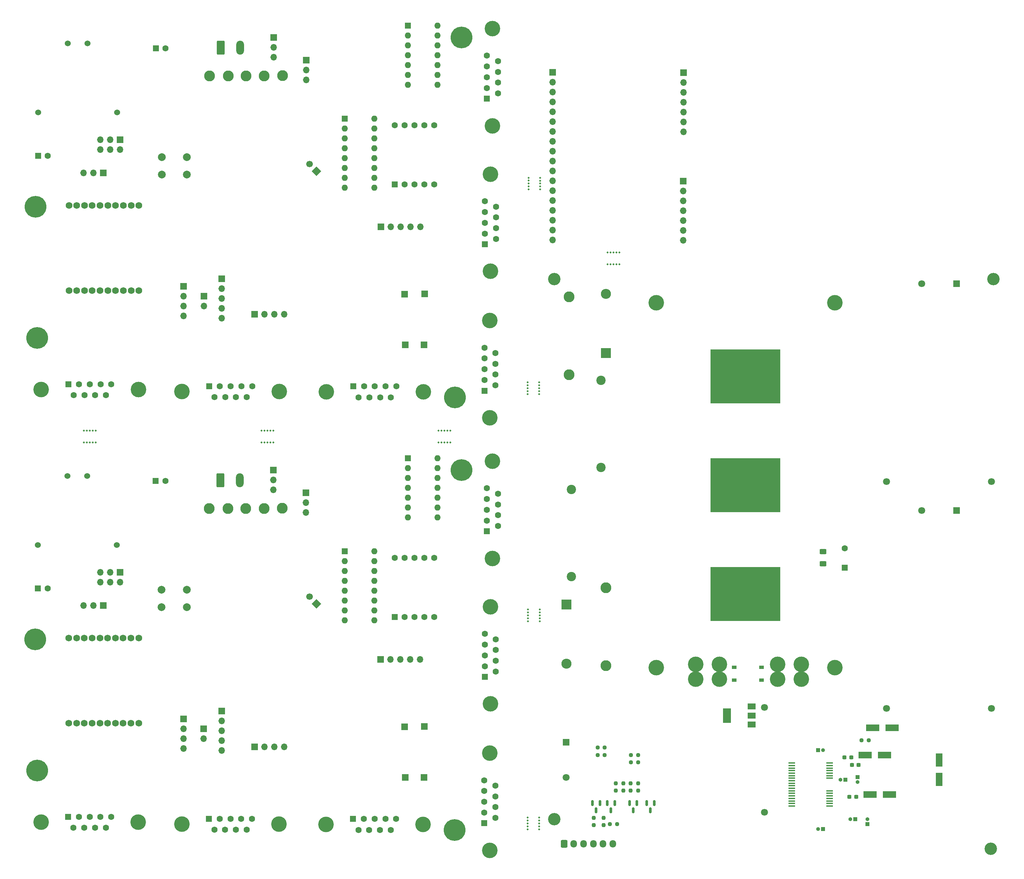
<source format=gbr>
%TF.GenerationSoftware,KiCad,Pcbnew,6.0.11-2627ca5db0~126~ubuntu20.04.1*%
%TF.CreationDate,2023-05-10T15:16:23+05:30*%
%TF.ProjectId,MVCU_COPY,4d564355-5f43-44f5-9059-2e6b69636164,rev?*%
%TF.SameCoordinates,Original*%
%TF.FileFunction,Soldermask,Bot*%
%TF.FilePolarity,Negative*%
%FSLAX46Y46*%
G04 Gerber Fmt 4.6, Leading zero omitted, Abs format (unit mm)*
G04 Created by KiCad (PCBNEW 6.0.11-2627ca5db0~126~ubuntu20.04.1) date 2023-05-10 15:16:23*
%MOMM*%
%LPD*%
G01*
G04 APERTURE LIST*
G04 Aperture macros list*
%AMRoundRect*
0 Rectangle with rounded corners*
0 $1 Rounding radius*
0 $2 $3 $4 $5 $6 $7 $8 $9 X,Y pos of 4 corners*
0 Add a 4 corners polygon primitive as box body*
4,1,4,$2,$3,$4,$5,$6,$7,$8,$9,$2,$3,0*
0 Add four circle primitives for the rounded corners*
1,1,$1+$1,$2,$3*
1,1,$1+$1,$4,$5*
1,1,$1+$1,$6,$7*
1,1,$1+$1,$8,$9*
0 Add four rect primitives between the rounded corners*
20,1,$1+$1,$2,$3,$4,$5,0*
20,1,$1+$1,$4,$5,$6,$7,0*
20,1,$1+$1,$6,$7,$8,$9,0*
20,1,$1+$1,$8,$9,$2,$3,0*%
%AMHorizOval*
0 Thick line with rounded ends*
0 $1 width*
0 $2 $3 position (X,Y) of the first rounded end (center of the circle)*
0 $4 $5 position (X,Y) of the second rounded end (center of the circle)*
0 Add line between two ends*
20,1,$1,$2,$3,$4,$5,0*
0 Add two circle primitives to create the rounded ends*
1,1,$1,$2,$3*
1,1,$1,$4,$5*%
%AMRotRect*
0 Rectangle, with rotation*
0 The origin of the aperture is its center*
0 $1 length*
0 $2 width*
0 $3 Rotation angle, in degrees counterclockwise*
0 Add horizontal line*
21,1,$1,$2,0,0,$3*%
G04 Aperture macros list end*
%ADD10C,0.500000*%
%ADD11O,1.700000X1.700000*%
%ADD12R,1.700000X1.700000*%
%ADD13R,1.200000X0.900000*%
%ADD14RoundRect,0.237500X0.237500X-0.250000X0.237500X0.250000X-0.237500X0.250000X-0.237500X-0.250000X0*%
%ADD15RoundRect,0.237500X0.300000X0.237500X-0.300000X0.237500X-0.300000X-0.237500X0.300000X-0.237500X0*%
%ADD16R,1.800000X3.500000*%
%ADD17R,1.000000X1.000000*%
%ADD18O,1.000000X1.000000*%
%ADD19RoundRect,0.150000X-0.150000X0.587500X-0.150000X-0.587500X0.150000X-0.587500X0.150000X0.587500X0*%
%ADD20R,3.500000X1.800000*%
%ADD21RoundRect,0.237500X-0.300000X-0.237500X0.300000X-0.237500X0.300000X0.237500X-0.300000X0.237500X0*%
%ADD22R,2.000000X1.500000*%
%ADD23R,2.000000X3.800000*%
%ADD24R,1.600000X1.600000*%
%ADD25C,1.600000*%
%ADD26RoundRect,0.237500X0.250000X0.237500X-0.250000X0.237500X-0.250000X-0.237500X0.250000X-0.237500X0*%
%ADD27RoundRect,0.250000X0.625000X-0.400000X0.625000X0.400000X-0.625000X0.400000X-0.625000X-0.400000X0*%
%ADD28R,1.670000X0.450000*%
%ADD29RoundRect,0.250000X-0.600000X-0.725000X0.600000X-0.725000X0.600000X0.725000X-0.600000X0.725000X0*%
%ADD30O,1.700000X1.950000*%
%ADD31C,3.200000*%
%ADD32R,1.800000X1.800000*%
%ADD33C,1.800000*%
%ADD34C,4.000000*%
%ADD35R,18.000000X14.000000*%
%ADD36C,2.400000*%
%ADD37R,2.600000X2.600000*%
%ADD38O,2.600000X2.600000*%
%ADD39C,2.800000*%
%ADD40O,1.600000X1.600000*%
%ADD41C,5.600000*%
%ADD42C,1.727200*%
%ADD43RotRect,1.700000X1.700000X225.000000*%
%ADD44HorizOval,1.700000X0.000000X0.000000X0.000000X0.000000X0*%
%ADD45RoundRect,0.250000X-0.750000X-1.550000X0.750000X-1.550000X0.750000X1.550000X-0.750000X1.550000X0*%
%ADD46O,2.000000X3.600000*%
%ADD47C,1.524000*%
%ADD48C,2.000000*%
G04 APERTURE END LIST*
D10*
%TO.C,mouse-bite-3mm-slot*%
X187475000Y-34275000D03*
X188987000Y-31275000D03*
X186701000Y-31275000D03*
X188225000Y-31275000D03*
X188225000Y-34275000D03*
X188975000Y-34275000D03*
X187475000Y-31275000D03*
X189737000Y-31275000D03*
X186701000Y-34275000D03*
X189737000Y-34275000D03*
%TD*%
%TO.C,mouse-bite-3mm-slot*%
X169350000Y-14275000D03*
X166350000Y-12763000D03*
X166350000Y-15049000D03*
X166350000Y-13525000D03*
X169350000Y-13525000D03*
X169350000Y-12775000D03*
X166350000Y-14275000D03*
X166350000Y-12013000D03*
X169350000Y-15049000D03*
X169350000Y-12013000D03*
%TD*%
%TO.C,mouse-bite-3mm-slot*%
X169100000Y-66975000D03*
X166100000Y-65463000D03*
X166100000Y-67749000D03*
X166100000Y-66225000D03*
X169100000Y-66225000D03*
X169100000Y-65475000D03*
X166100000Y-66975000D03*
X166100000Y-64713000D03*
X169100000Y-67749000D03*
X169100000Y-64713000D03*
%TD*%
%TO.C,mouse-bite-3mm-slot*%
X169200000Y-125475000D03*
X166200000Y-123963000D03*
X166200000Y-126249000D03*
X166200000Y-124725000D03*
X169200000Y-124725000D03*
X169200000Y-123975000D03*
X166200000Y-125475000D03*
X166200000Y-123213000D03*
X169200000Y-126249000D03*
X169200000Y-123213000D03*
%TD*%
%TO.C,mouse-bite-3mm-slot*%
X169075000Y-179100000D03*
X166075000Y-177588000D03*
X166075000Y-179874000D03*
X166075000Y-178350000D03*
X169075000Y-178350000D03*
X169075000Y-177600000D03*
X166075000Y-179100000D03*
X166075000Y-176838000D03*
X169075000Y-179874000D03*
X169075000Y-176838000D03*
%TD*%
D11*
%TO.C,J2*%
X206202500Y-155000D03*
X206202500Y2385000D03*
X206202500Y4925000D03*
X206202500Y7465000D03*
X206202500Y10005000D03*
X206202500Y12545000D03*
D12*
X206202500Y15085000D03*
%TD*%
D11*
%TO.C,J3*%
X206177500Y-28095000D03*
X206177500Y-25555000D03*
X206177500Y-23015000D03*
X206177500Y-20475000D03*
X206177500Y-17935000D03*
X206177500Y-15395000D03*
D12*
X206177500Y-12855000D03*
%TD*%
D11*
%TO.C,J1*%
X172547500Y-28090000D03*
X172547500Y-25550000D03*
X172547500Y-23010000D03*
X172547500Y-20470000D03*
X172547500Y-17930000D03*
X172547500Y-15390000D03*
X172547500Y-12850000D03*
X172547500Y-10310000D03*
X172547500Y-7770000D03*
X172547500Y-5230000D03*
X172547500Y-2690000D03*
X172547500Y-150000D03*
X172547500Y2390000D03*
X172547500Y4930000D03*
X172547500Y7470000D03*
X172547500Y10010000D03*
X172547500Y12550000D03*
D12*
X172547500Y15090000D03*
%TD*%
D13*
%TO.C,D8*%
X226290000Y-141385000D03*
X226290000Y-138085000D03*
%TD*%
D14*
%TO.C,R10*%
X183110000Y-178747500D03*
X183110000Y-176922500D03*
%TD*%
D15*
%TO.C,C9*%
X251282500Y-163230000D03*
X249557500Y-163230000D03*
%TD*%
D16*
%TO.C,D5*%
X272010000Y-162000000D03*
X272010000Y-167000000D03*
%TD*%
D17*
%TO.C,J5*%
X242165000Y-179740000D03*
D18*
X240895000Y-179740000D03*
%TD*%
D19*
%TO.C,Q3*%
X192320000Y-173087500D03*
X194220000Y-173087500D03*
X193270000Y-174962500D03*
%TD*%
D15*
%TO.C,C8*%
X250647500Y-171485000D03*
X248922500Y-171485000D03*
%TD*%
D20*
%TO.C,D2*%
X259270000Y-170850000D03*
X254270000Y-170850000D03*
%TD*%
D14*
%TO.C,R9*%
X188825000Y-169857500D03*
X188825000Y-168032500D03*
%TD*%
D21*
%TO.C,C17*%
X247652500Y-161325000D03*
X249377500Y-161325000D03*
%TD*%
D17*
%TO.C,J6*%
X253595000Y-178470000D03*
D18*
X253595000Y-177200000D03*
%TD*%
D19*
%TO.C,Q4*%
X196765000Y-173087500D03*
X198665000Y-173087500D03*
X197715000Y-174962500D03*
%TD*%
D22*
%TO.C,U1*%
X223725000Y-148230000D03*
X223725000Y-150530000D03*
D23*
X217425000Y-150530000D03*
D22*
X223725000Y-152830000D03*
%TD*%
D17*
%TO.C,J4*%
X240895000Y-159420000D03*
D18*
X242165000Y-159420000D03*
%TD*%
D24*
%TO.C,C1*%
X247742651Y-112430000D03*
D25*
X247742651Y-107430000D03*
%TD*%
D26*
%TO.C,R16*%
X253872500Y-156880000D03*
X252047500Y-156880000D03*
%TD*%
%TO.C,R2*%
X185927500Y-158785000D03*
X184102500Y-158785000D03*
%TD*%
D14*
%TO.C,R7*%
X192635000Y-169857500D03*
X192635000Y-168032500D03*
%TD*%
D26*
%TO.C,R12*%
X189102500Y-178470000D03*
X187277500Y-178470000D03*
%TD*%
D17*
%TO.C,J3*%
X247880000Y-167040000D03*
D18*
X246610000Y-167040000D03*
%TD*%
D26*
%TO.C,R5*%
X185927500Y-160690000D03*
X184102500Y-160690000D03*
%TD*%
D13*
%TO.C,D7*%
X219305000Y-141385000D03*
X219305000Y-138085000D03*
%TD*%
D17*
%TO.C,J7*%
X251055000Y-166405000D03*
D18*
X251055000Y-167675000D03*
%TD*%
D27*
%TO.C,R3*%
X242165000Y-111440000D03*
X242165000Y-108340000D03*
%TD*%
D20*
%TO.C,D6*%
X259905000Y-153705000D03*
X254905000Y-153705000D03*
%TD*%
D19*
%TO.C,Q1*%
X182795000Y-173087500D03*
X184695000Y-173087500D03*
X183745000Y-174962500D03*
%TD*%
D14*
%TO.C,R6*%
X194540000Y-169857500D03*
X194540000Y-168032500D03*
%TD*%
D20*
%TO.C,D1*%
X258000000Y-160690000D03*
X253000000Y-160690000D03*
%TD*%
D14*
%TO.C,R11*%
X185650000Y-178747500D03*
X185650000Y-176922500D03*
%TD*%
D19*
%TO.C,Q2*%
X186605000Y-173087500D03*
X188505000Y-173087500D03*
X187555000Y-174962500D03*
%TD*%
D14*
%TO.C,R8*%
X190730000Y-169857500D03*
X190730000Y-168032500D03*
%TD*%
D26*
%TO.C,R4*%
X194540000Y-162595000D03*
X192715000Y-162595000D03*
%TD*%
D28*
%TO.C,U2*%
X234125000Y-173835000D03*
X234125000Y-173185000D03*
X234125000Y-172535000D03*
X234125000Y-171885000D03*
X234125000Y-171235000D03*
X234125000Y-170585000D03*
X234125000Y-169935000D03*
X234125000Y-169285000D03*
X234125000Y-168635000D03*
X234125000Y-167985000D03*
X234125000Y-167335000D03*
X234125000Y-166685000D03*
X234125000Y-166035000D03*
X234125000Y-165385000D03*
X234125000Y-164735000D03*
X234125000Y-164085000D03*
X234125000Y-163435000D03*
X234125000Y-162785000D03*
X243855000Y-162785000D03*
X243855000Y-163435000D03*
X243855000Y-164085000D03*
X243855000Y-164735000D03*
X243855000Y-165385000D03*
X243855000Y-166035000D03*
X243855000Y-166685000D03*
X243855000Y-169935000D03*
X243855000Y-170585000D03*
X243855000Y-171235000D03*
X243855000Y-171885000D03*
X243855000Y-172535000D03*
X243855000Y-173185000D03*
X243855000Y-173835000D03*
%TD*%
D17*
%TO.C,J1*%
X250420000Y-177200000D03*
D18*
X249150000Y-177200000D03*
%TD*%
D26*
%TO.C,R1*%
X194540000Y-160690000D03*
X192715000Y-160690000D03*
%TD*%
D29*
%TO.C,J2*%
X175490000Y-183550000D03*
D30*
X177990000Y-183550000D03*
X180490000Y-183550000D03*
X182990000Y-183550000D03*
X185490000Y-183550000D03*
X187990000Y-183550000D03*
%TD*%
D31*
%TO.C,H3*%
X172950000Y-177200000D03*
%TD*%
%TO.C,H2*%
X172950000Y-38135000D03*
%TD*%
D32*
%TO.C,PS2*%
X276510000Y-97725000D03*
D33*
X267510000Y-97725000D03*
X285510000Y-148725000D03*
X258510000Y-148725000D03*
%TD*%
D32*
%TO.C,PS1*%
X176025000Y-157460000D03*
D33*
X176025000Y-166460000D03*
X227025000Y-148460000D03*
X227025000Y-175460000D03*
%TD*%
D34*
%TO.C,U3*%
X245160302Y-44200000D03*
X199160302Y-44200000D03*
X199160302Y-138200000D03*
X245160302Y-138200000D03*
D35*
X222160302Y-63200000D03*
X222160302Y-91200000D03*
X222160302Y-119200000D03*
D34*
X209333302Y-137353000D03*
X209333302Y-141163000D03*
X215429302Y-141163000D03*
X215429302Y-137353000D03*
X236511302Y-137353000D03*
X236511302Y-141163000D03*
X230415302Y-137353000D03*
X230415302Y-141163000D03*
%TD*%
D32*
%TO.C,PS3*%
X276510000Y-39305000D03*
D33*
X267510000Y-39305000D03*
X285510000Y-90305000D03*
X258510000Y-90305000D03*
%TD*%
D36*
%TO.C,C15*%
X185015000Y-64170000D03*
X185015000Y-86670000D03*
%TD*%
%TO.C,C13*%
X177395000Y-114790000D03*
X177395000Y-92290000D03*
%TD*%
D37*
%TO.C,D10*%
X186285000Y-57185000D03*
D38*
X186285000Y-41945000D03*
%TD*%
D37*
%TO.C,D9*%
X176125000Y-121955000D03*
D38*
X176125000Y-137195000D03*
%TD*%
D39*
%TO.C,R18*%
X176760000Y-62740000D03*
X176760000Y-42740000D03*
%TD*%
D31*
%TO.C,H1*%
X285980000Y-38135000D03*
%TD*%
D39*
%TO.C,R17*%
X186285000Y-117670000D03*
X186285000Y-137670000D03*
%TD*%
D31*
%TO.C,H4*%
X285345000Y-184820000D03*
%TD*%
D24*
%TO.C,U1*%
X135264000Y-84289000D03*
D40*
X135264000Y-86829000D03*
X135264000Y-89369000D03*
X135264000Y-91909000D03*
X135264000Y-94449000D03*
X135264000Y-96989000D03*
X135264000Y-99529000D03*
X142884000Y-99529000D03*
X142884000Y-96989000D03*
X142884000Y-94449000D03*
X142884000Y-91909000D03*
X142884000Y-89369000D03*
X142884000Y-86829000D03*
X142884000Y-84289000D03*
%TD*%
D34*
%TO.C,J33*%
X156384669Y-73831893D03*
X156384669Y-48831893D03*
D24*
X154964669Y-66871893D03*
D25*
X154964669Y-64101893D03*
X154964669Y-61331893D03*
X154964669Y-58561893D03*
X154964669Y-55791893D03*
X157804669Y-65486893D03*
X157804669Y-62716893D03*
X157804669Y-59946893D03*
X157804669Y-57176893D03*
%TD*%
D39*
%TO.C,+Vin*%
X102947000Y-97118000D03*
%TD*%
D41*
%TO.C,H6*%
X39864107Y-53267893D03*
%TD*%
D39*
%TO.C,-Vin*%
X98248000Y-97245000D03*
%TD*%
D24*
%TO.C,U19*%
X119037000Y3197500D03*
D40*
X119037000Y657500D03*
X119037000Y-1882500D03*
X119037000Y-4422500D03*
X119037000Y-6962500D03*
X119037000Y-9502500D03*
X119037000Y-12042500D03*
X119037000Y-14582500D03*
X126657000Y-14582500D03*
X126657000Y-12042500D03*
X126657000Y-9502500D03*
X126657000Y-6962500D03*
X126657000Y-4422500D03*
X126657000Y-1882500D03*
X126657000Y657500D03*
X126657000Y3197500D03*
%TD*%
D34*
%TO.C,J6*%
X156499107Y-122551893D03*
X156499107Y-147551893D03*
D24*
X155079107Y-140591893D03*
D25*
X155079107Y-137821893D03*
X155079107Y-135051893D03*
X155079107Y-132281893D03*
X155079107Y-129511893D03*
X157919107Y-139206893D03*
X157919107Y-136436893D03*
X157919107Y-133666893D03*
X157919107Y-130896893D03*
%TD*%
D12*
%TO.C,J38*%
X61207000Y-2225000D03*
D11*
X61207000Y-4765000D03*
X58667000Y-2225000D03*
X58667000Y-4765000D03*
X56127000Y-2225000D03*
X56127000Y-4765000D03*
%TD*%
D24*
%TO.C,C54*%
X70404349Y21325000D03*
D25*
X72904349Y21325000D03*
%TD*%
D12*
%TO.C,J35*%
X95857000Y-47175000D03*
D11*
X98397000Y-47175000D03*
X100937000Y-47175000D03*
X103477000Y-47175000D03*
%TD*%
D12*
%TO.C,J31*%
X77557000Y-39975000D03*
D11*
X77557000Y-42515000D03*
X77557000Y-45055000D03*
X77557000Y-47595000D03*
%TD*%
D42*
%TO.C,U9*%
X47993660Y-152543200D03*
X49995180Y-152543200D03*
X51994160Y-152543200D03*
X53995680Y-152543200D03*
X55994660Y-152543200D03*
X57993640Y-152543200D03*
X59995160Y-152543200D03*
X61994140Y-152543200D03*
X63995660Y-152543200D03*
X65994640Y-152543200D03*
X65994640Y-130546800D03*
X63995660Y-130546800D03*
X61994140Y-130546800D03*
X59995160Y-130546800D03*
X57993640Y-130546800D03*
X55994660Y-130546800D03*
X53995680Y-130546800D03*
X51994160Y-130546800D03*
X49995180Y-130546800D03*
X47993660Y-130546800D03*
%TD*%
D12*
%TO.C,J39*%
X56907000Y-10775000D03*
D11*
X54367000Y-10775000D03*
X51827000Y-10775000D03*
%TD*%
D12*
%TO.C,J41*%
X134609000Y-55040000D03*
%TD*%
D24*
%TO.C,U10*%
X131888000Y-125195000D03*
D25*
X134428000Y-125195000D03*
X136968000Y-125195000D03*
X139508000Y-125195000D03*
X142048000Y-125195000D03*
X142048000Y-109955000D03*
X139508000Y-109955000D03*
X136968000Y-109955000D03*
X134428000Y-109955000D03*
X131888000Y-109955000D03*
%TD*%
D41*
%TO.C,H5*%
X147357000Y-68575000D03*
%TD*%
D43*
%TO.C,J36*%
X111758562Y-10326562D03*
D44*
X109962511Y-8530511D03*
%TD*%
D34*
%TO.C,J26*%
X65904107Y-66607562D03*
X40904107Y-66607562D03*
D24*
X47864107Y-65187562D03*
D25*
X50634107Y-65187562D03*
X53404107Y-65187562D03*
X56174107Y-65187562D03*
X58944107Y-65187562D03*
X49249107Y-68027562D03*
X52019107Y-68027562D03*
X54789107Y-68027562D03*
X57559107Y-68027562D03*
%TD*%
D12*
%TO.C,J34*%
X128332000Y-24675000D03*
D11*
X130872000Y-24675000D03*
X133412000Y-24675000D03*
X135952000Y-24675000D03*
X138492000Y-24675000D03*
%TD*%
D41*
%TO.C,H4*%
X149048000Y-87339000D03*
%TD*%
%TO.C,H2*%
X39825107Y-164687893D03*
%TD*%
D34*
%TO.C,J29*%
X77154107Y-67107562D03*
X102154107Y-67107562D03*
D24*
X84114107Y-65687562D03*
D25*
X86884107Y-65687562D03*
X89654107Y-65687562D03*
X92424107Y-65687562D03*
X95194107Y-65687562D03*
X85499107Y-68527562D03*
X88269107Y-68527562D03*
X91039107Y-68527562D03*
X93809107Y-68527562D03*
%TD*%
D12*
%TO.C,J2*%
X87318000Y-149420000D03*
D11*
X87318000Y-151960000D03*
X87318000Y-154500000D03*
X87318000Y-157040000D03*
X87318000Y-159580000D03*
%TD*%
D34*
%TO.C,J7*%
X77115107Y-178527562D03*
X102115107Y-178527562D03*
D24*
X84075107Y-177107562D03*
D25*
X86845107Y-177107562D03*
X89615107Y-177107562D03*
X92385107Y-177107562D03*
X95155107Y-177107562D03*
X85460107Y-179947562D03*
X88230107Y-179947562D03*
X91000107Y-179947562D03*
X93770107Y-179947562D03*
%TD*%
D39*
%TO.C,3V1*%
X89016000Y14175000D03*
%TD*%
D10*
%TO.C,mouse-bite-3mm-slot*%
X97619000Y-80195000D03*
X97619000Y-77195000D03*
X99893000Y-80195000D03*
X100655000Y-77195000D03*
X99905000Y-77195000D03*
X98393000Y-77195000D03*
X99143000Y-80195000D03*
X100655000Y-80195000D03*
X99143000Y-77195000D03*
X98393000Y-80195000D03*
%TD*%
D34*
%TO.C,J11*%
X157018776Y-85051893D03*
X157018776Y-110051893D03*
D24*
X155598776Y-103091893D03*
D25*
X155598776Y-100321893D03*
X155598776Y-97551893D03*
X155598776Y-94781893D03*
X155598776Y-92011893D03*
X158438776Y-101706893D03*
X158438776Y-98936893D03*
X158438776Y-96166893D03*
X158438776Y-93396893D03*
%TD*%
D12*
%TO.C,J20*%
X134570000Y-166460000D03*
%TD*%
%TO.C,J13*%
X128293000Y-136095000D03*
D11*
X130833000Y-136095000D03*
X133373000Y-136095000D03*
X135913000Y-136095000D03*
X138453000Y-136095000D03*
%TD*%
D12*
%TO.C,J16*%
X100661000Y-87354000D03*
D11*
X100661000Y-89894000D03*
X100661000Y-92434000D03*
%TD*%
D12*
%TO.C,J10*%
X77518000Y-151395000D03*
D11*
X77518000Y-153935000D03*
X77518000Y-156475000D03*
X77518000Y-159015000D03*
%TD*%
D34*
%TO.C,J12*%
X156345669Y-185251893D03*
X156345669Y-160251893D03*
D24*
X154925669Y-178291893D03*
D25*
X154925669Y-175521893D03*
X154925669Y-172751893D03*
X154925669Y-169981893D03*
X154925669Y-167211893D03*
X157765669Y-176906893D03*
X157765669Y-174136893D03*
X157765669Y-171366893D03*
X157765669Y-168596893D03*
%TD*%
D12*
%TO.C,J21*%
X139550000Y-153350000D03*
%TD*%
D24*
%TO.C,U8*%
X118998000Y-108222500D03*
D40*
X118998000Y-110762500D03*
X118998000Y-113302500D03*
X118998000Y-115842500D03*
X118998000Y-118382500D03*
X118998000Y-120922500D03*
X118998000Y-123462500D03*
X118998000Y-126002500D03*
X126618000Y-126002500D03*
X126618000Y-123462500D03*
X126618000Y-120922500D03*
X126618000Y-118382500D03*
X126618000Y-115842500D03*
X126618000Y-113302500D03*
X126618000Y-110762500D03*
X126618000Y-108222500D03*
%TD*%
D41*
%TO.C,H3*%
X39368000Y-130895000D03*
%TD*%
D39*
%TO.C,+5V*%
X84151000Y-97245000D03*
%TD*%
D12*
%TO.C,J42*%
X139589000Y-41930000D03*
%TD*%
D45*
%TO.C,J5*%
X87045107Y-89966500D03*
D46*
X92045107Y-89966500D03*
%TD*%
D34*
%TO.C,J32*%
X157057776Y1368107D03*
X157057776Y26368107D03*
D24*
X155637776Y8328107D03*
D25*
X155637776Y11098107D03*
X155637776Y13868107D03*
X155637776Y16638107D03*
X155637776Y19408107D03*
X158477776Y9713107D03*
X158477776Y12483107D03*
X158477776Y15253107D03*
X158477776Y18023107D03*
%TD*%
D45*
%TO.C,J27*%
X87084107Y21453500D03*
D46*
X92084107Y21453500D03*
%TD*%
D12*
%TO.C,J17*%
X61168000Y-113645000D03*
D11*
X61168000Y-116185000D03*
X58628000Y-113645000D03*
X58628000Y-116185000D03*
X56088000Y-113645000D03*
X56088000Y-116185000D03*
%TD*%
D12*
%TO.C,J22*%
X139396000Y-166460000D03*
%TD*%
D24*
%TO.C,U21*%
X131927000Y-13775000D03*
D25*
X134467000Y-13775000D03*
X137007000Y-13775000D03*
X139547000Y-13775000D03*
X142087000Y-13775000D03*
X142087000Y1465000D03*
X139547000Y1465000D03*
X137007000Y1465000D03*
X134467000Y1465000D03*
X131927000Y1465000D03*
%TD*%
D34*
%TO.C,J4*%
X40865107Y-178027562D03*
X65865107Y-178027562D03*
D24*
X47825107Y-176607562D03*
D25*
X50595107Y-176607562D03*
X53365107Y-176607562D03*
X56135107Y-176607562D03*
X58905107Y-176607562D03*
X49210107Y-179447562D03*
X51980107Y-179447562D03*
X54750107Y-179447562D03*
X57520107Y-179447562D03*
%TD*%
D12*
%TO.C,J14*%
X95818000Y-158595000D03*
D11*
X98358000Y-158595000D03*
X100898000Y-158595000D03*
X103438000Y-158595000D03*
%TD*%
D41*
%TO.C,H1*%
X147318000Y-179995000D03*
%TD*%
D12*
%TO.C,J18*%
X56868000Y-122195000D03*
D11*
X54328000Y-122195000D03*
X51788000Y-122195000D03*
%TD*%
D10*
%TO.C,mouse-bite-3mm-slot*%
X143169000Y-80195000D03*
X143169000Y-77195000D03*
X145443000Y-80195000D03*
X146205000Y-77195000D03*
X145455000Y-77195000D03*
X143943000Y-77195000D03*
X144693000Y-80195000D03*
X146205000Y-80195000D03*
X144693000Y-77195000D03*
X143943000Y-80195000D03*
%TD*%
D39*
%TO.C,GND1*%
X93588000Y14175000D03*
%TD*%
%TO.C,3V3*%
X88977000Y-97245000D03*
%TD*%
D42*
%TO.C,U20*%
X48032660Y-41123200D03*
X50034180Y-41123200D03*
X52033160Y-41123200D03*
X54034680Y-41123200D03*
X56033660Y-41123200D03*
X58032640Y-41123200D03*
X60034160Y-41123200D03*
X62033140Y-41123200D03*
X64034660Y-41123200D03*
X66033640Y-41123200D03*
X66033640Y-19126800D03*
X64034660Y-19126800D03*
X62033140Y-19126800D03*
X60034160Y-19126800D03*
X58032640Y-19126800D03*
X56033660Y-19126800D03*
X54034680Y-19126800D03*
X52033160Y-19126800D03*
X50034180Y-19126800D03*
X48032660Y-19126800D03*
%TD*%
D41*
%TO.C,H7*%
X39407000Y-19475000D03*
%TD*%
D10*
%TO.C,mouse-bite-3mm-slot*%
X51869000Y-80195000D03*
X51869000Y-77195000D03*
X54143000Y-80195000D03*
X54905000Y-77195000D03*
X54155000Y-77195000D03*
X52643000Y-77195000D03*
X53393000Y-80195000D03*
X54905000Y-80195000D03*
X53393000Y-77195000D03*
X52643000Y-80195000D03*
%TD*%
D24*
%TO.C,U12*%
X135303000Y27131000D03*
D40*
X135303000Y24591000D03*
X135303000Y22051000D03*
X135303000Y19511000D03*
X135303000Y16971000D03*
X135303000Y14431000D03*
X135303000Y11891000D03*
X142923000Y11891000D03*
X142923000Y14431000D03*
X142923000Y16971000D03*
X142923000Y19511000D03*
X142923000Y22051000D03*
X142923000Y24591000D03*
X142923000Y27131000D03*
%TD*%
D47*
%TO.C,U18*%
X52804107Y22611107D03*
X47724107Y22611107D03*
X40104107Y4831107D03*
X60424107Y4831107D03*
%TD*%
D34*
%TO.C,J8*%
X139215107Y-178577562D03*
X114215107Y-178577562D03*
D24*
X121175107Y-177157562D03*
D25*
X123945107Y-177157562D03*
X126715107Y-177157562D03*
X129485107Y-177157562D03*
X132255107Y-177157562D03*
X122560107Y-179997562D03*
X125330107Y-179997562D03*
X128100107Y-179997562D03*
X130870107Y-179997562D03*
%TD*%
D39*
%TO.C,+5V1*%
X84190000Y14175000D03*
%TD*%
%TO.C,-Vin1*%
X98287000Y14175000D03*
%TD*%
D12*
%TO.C,J40*%
X134439000Y-42005000D03*
%TD*%
%TO.C,J9*%
X109082000Y18250000D03*
D11*
X109082000Y15710000D03*
X109082000Y13170000D03*
%TD*%
D48*
%TO.C,SW1*%
X78375107Y-118137893D03*
X71875107Y-118137893D03*
X78375107Y-122637893D03*
X71875107Y-122637893D03*
%TD*%
D12*
%TO.C,J19*%
X134400000Y-153425000D03*
%TD*%
D24*
%TO.C,C27*%
X40065349Y-117795000D03*
D25*
X42565349Y-117795000D03*
%TD*%
D43*
%TO.C,J15*%
X111719562Y-121746562D03*
D44*
X109923511Y-119950511D03*
%TD*%
D24*
%TO.C,C57*%
X40104349Y-6375000D03*
D25*
X42604349Y-6375000D03*
%TD*%
D47*
%TO.C,U7*%
X52765107Y-88808893D03*
X47685107Y-88808893D03*
X40065107Y-106588893D03*
X60385107Y-106588893D03*
%TD*%
D12*
%TO.C,J44*%
X82757000Y-42540000D03*
D11*
X82757000Y-45080000D03*
%TD*%
D39*
%TO.C,GND*%
X93549000Y-97245000D03*
%TD*%
D12*
%TO.C,J1*%
X109043000Y-93170000D03*
D11*
X109043000Y-95710000D03*
X109043000Y-98250000D03*
%TD*%
D34*
%TO.C,J30*%
X139254107Y-67157562D03*
X114254107Y-67157562D03*
D24*
X121214107Y-65737562D03*
D25*
X123984107Y-65737562D03*
X126754107Y-65737562D03*
X129524107Y-65737562D03*
X132294107Y-65737562D03*
X122599107Y-68577562D03*
X125369107Y-68577562D03*
X128139107Y-68577562D03*
X130909107Y-68577562D03*
%TD*%
D34*
%TO.C,J28*%
X156538107Y-11131893D03*
X156538107Y-36131893D03*
D24*
X155118107Y-29171893D03*
D25*
X155118107Y-26401893D03*
X155118107Y-23631893D03*
X155118107Y-20861893D03*
X155118107Y-18091893D03*
X157958107Y-27786893D03*
X157958107Y-25016893D03*
X157958107Y-22246893D03*
X157958107Y-19476893D03*
%TD*%
D24*
%TO.C,C24*%
X70365349Y-90095000D03*
D25*
X72865349Y-90095000D03*
%TD*%
D12*
%TO.C,J37*%
X100700000Y24066000D03*
D11*
X100700000Y21526000D03*
X100700000Y18986000D03*
%TD*%
D41*
%TO.C,H8*%
X149087000Y24081000D03*
%TD*%
D48*
%TO.C,SW2*%
X71914107Y-6717893D03*
X78414107Y-6717893D03*
X71914107Y-11217893D03*
X78414107Y-11217893D03*
%TD*%
D12*
%TO.C,J24*%
X87357000Y-38000000D03*
D11*
X87357000Y-40540000D03*
X87357000Y-43080000D03*
X87357000Y-45620000D03*
X87357000Y-48160000D03*
%TD*%
D12*
%TO.C,J43*%
X139435000Y-55040000D03*
%TD*%
%TO.C,J23*%
X82718000Y-153960000D03*
D11*
X82718000Y-156500000D03*
%TD*%
D39*
%TO.C,+Vin1*%
X102986000Y14302000D03*
%TD*%
M02*

</source>
